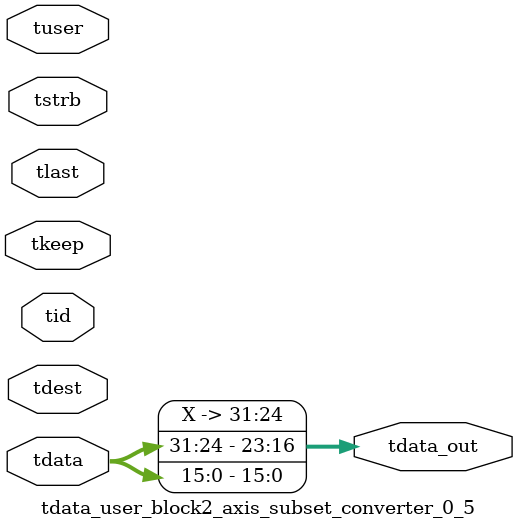
<source format=v>


`timescale 1ps/1ps

module tdata_user_block2_axis_subset_converter_0_5 #
(
parameter C_S_AXIS_TDATA_WIDTH = 32,
parameter C_S_AXIS_TUSER_WIDTH = 0,
parameter C_S_AXIS_TID_WIDTH   = 0,
parameter C_S_AXIS_TDEST_WIDTH = 0,
parameter C_M_AXIS_TDATA_WIDTH = 32
)
(
input  [(C_S_AXIS_TDATA_WIDTH == 0 ? 1 : C_S_AXIS_TDATA_WIDTH)-1:0     ] tdata,
input  [(C_S_AXIS_TUSER_WIDTH == 0 ? 1 : C_S_AXIS_TUSER_WIDTH)-1:0     ] tuser,
input  [(C_S_AXIS_TID_WIDTH   == 0 ? 1 : C_S_AXIS_TID_WIDTH)-1:0       ] tid,
input  [(C_S_AXIS_TDEST_WIDTH == 0 ? 1 : C_S_AXIS_TDEST_WIDTH)-1:0     ] tdest,
input  [(C_S_AXIS_TDATA_WIDTH/8)-1:0 ] tkeep,
input  [(C_S_AXIS_TDATA_WIDTH/8)-1:0 ] tstrb,
input                                                                    tlast,
output [C_M_AXIS_TDATA_WIDTH-1:0] tdata_out
);

assign tdata_out = {tdata[39:24],tdata[15:0]};

endmodule


</source>
